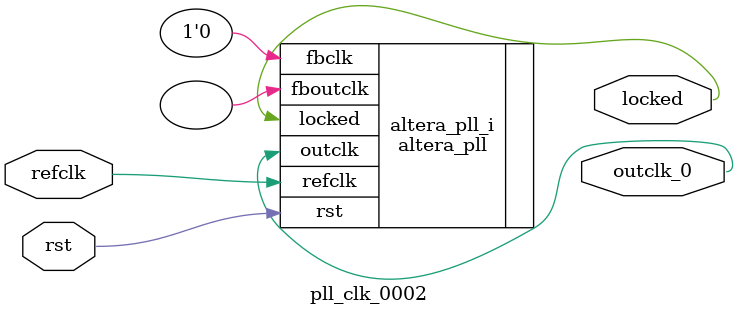
<source format=v>
`timescale 1ns/10ps
module  pll_clk_0002(

	// interface 'refclk'
	input wire refclk,

	// interface 'reset'
	input wire rst,

	// interface 'outclk0'
	output wire outclk_0,

	// interface 'locked'
	output wire locked
);

	altera_pll #(
		.fractional_vco_multiplier("false"),
		.reference_clock_frequency("50.0 MHz"),
		.operation_mode("direct"),
		.number_of_clocks(1),
		.output_clock_frequency0("25.175644 MHz"),
		.phase_shift0("0 ps"),
		.duty_cycle0(50),
		.output_clock_frequency1("0 MHz"),
		.phase_shift1("0 ps"),
		.duty_cycle1(50),
		.output_clock_frequency2("0 MHz"),
		.phase_shift2("0 ps"),
		.duty_cycle2(50),
		.output_clock_frequency3("0 MHz"),
		.phase_shift3("0 ps"),
		.duty_cycle3(50),
		.output_clock_frequency4("0 MHz"),
		.phase_shift4("0 ps"),
		.duty_cycle4(50),
		.output_clock_frequency5("0 MHz"),
		.phase_shift5("0 ps"),
		.duty_cycle5(50),
		.output_clock_frequency6("0 MHz"),
		.phase_shift6("0 ps"),
		.duty_cycle6(50),
		.output_clock_frequency7("0 MHz"),
		.phase_shift7("0 ps"),
		.duty_cycle7(50),
		.output_clock_frequency8("0 MHz"),
		.phase_shift8("0 ps"),
		.duty_cycle8(50),
		.output_clock_frequency9("0 MHz"),
		.phase_shift9("0 ps"),
		.duty_cycle9(50),
		.output_clock_frequency10("0 MHz"),
		.phase_shift10("0 ps"),
		.duty_cycle10(50),
		.output_clock_frequency11("0 MHz"),
		.phase_shift11("0 ps"),
		.duty_cycle11(50),
		.output_clock_frequency12("0 MHz"),
		.phase_shift12("0 ps"),
		.duty_cycle12(50),
		.output_clock_frequency13("0 MHz"),
		.phase_shift13("0 ps"),
		.duty_cycle13(50),
		.output_clock_frequency14("0 MHz"),
		.phase_shift14("0 ps"),
		.duty_cycle14(50),
		.output_clock_frequency15("0 MHz"),
		.phase_shift15("0 ps"),
		.duty_cycle15(50),
		.output_clock_frequency16("0 MHz"),
		.phase_shift16("0 ps"),
		.duty_cycle16(50),
		.output_clock_frequency17("0 MHz"),
		.phase_shift17("0 ps"),
		.duty_cycle17(50),
		.pll_type("General"),
		.pll_subtype("General")
	) altera_pll_i (
		.rst	(rst),
		.outclk	({outclk_0}),
		.locked	(locked),
		.fboutclk	( ),
		.fbclk	(1'b0),
		.refclk	(refclk)
	);
endmodule


</source>
